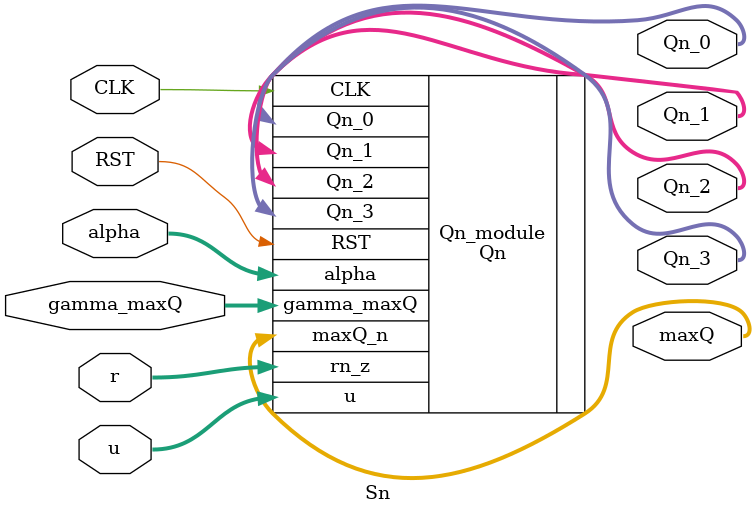
<source format=v>
module Sn (
//ins
input	wire				CLK,RST,
input 	wire	[3:0]  		u,
input 	wire	[95:0] 		r,
input 	wire	[23:0] 		alpha,
input 	wire	[23:0] 		gamma_maxQ,
//outs
output 	wire	[23:0] 		maxQ,
output 	wire	[23:0] 		Qn_0,
output 	wire	[23:0] 		Qn_1,
output 	wire	[23:0] 		Qn_2,
output 	wire	[23:0] 		Qn_3
);

//Port mapping
Qn Qn_module(
.alpha		(alpha),
.gamma_maxQ	(gamma_maxQ),
.rn_z      	(r),
.u         	(u),
.CLK       	(CLK),
.RST       	(RST),
.maxQ_n    	(maxQ),
.Qn_0      	(Qn_0),
.Qn_1      	(Qn_1),
.Qn_2      	(Qn_2),
.Qn_3      	(Qn_3)
);

endmodule

</source>
